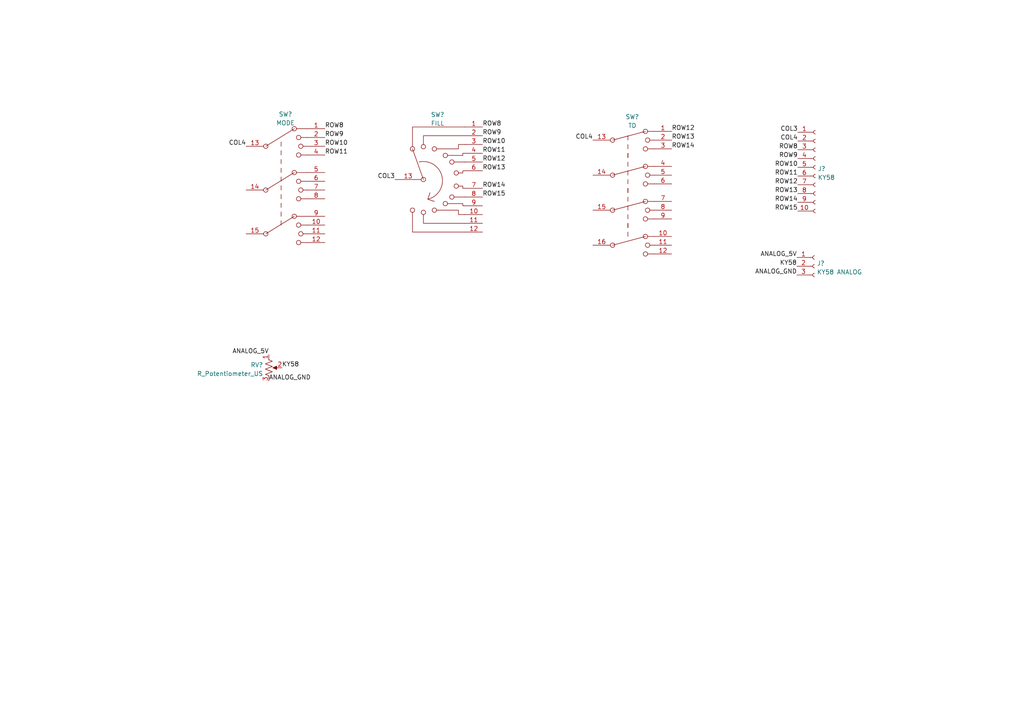
<source format=kicad_sch>
(kicad_sch (version 20211123) (generator eeschema)
  (paper "A4")
  (lib_symbols
    (symbol "Connector:Conn_01x03_Female" (pin_names (offset 1.016) hide)
      (property "Reference" "J" (at 0 5.08 0))
      (property "Value" "Conn_01x03_Female" (at 0 -5.08 0))
      (symbol "Conn_01x03_Female_1_1"
        (arc (start 0 -2.032) (mid -0.508 -2.54) (end 0 -3.048) (stroke (width 0.1524)))
        (polyline (pts (xy -1.27 -2.54) (xy -0.508 -2.54)) (stroke (width 0.1524)))
        (polyline (pts (xy -1.27 0) (xy -0.508 0)) (stroke (width 0.1524)))
        (polyline (pts (xy -1.27 2.54) (xy -0.508 2.54)) (stroke (width 0.1524)))
        (arc (start 0 0.508) (mid -0.508 0) (end 0 -0.508) (stroke (width 0.1524)))
        (arc (start 0 3.048) (mid -0.508 2.54) (end 0 2.032) (stroke (width 0.1524)))
        (pin passive line (at -5.08 2.54 0) (length 3.81) (name "Pin_1") (number "1"))
        (pin passive line (at -5.08 0 0) (length 3.81) (name "Pin_2") (number "2"))
        (pin passive line (at -5.08 -2.54 0) (length 3.81) (name "Pin_3") (number "3"))
      )
    )
    (symbol "Connector:Conn_01x10_Female" (pin_names (offset 1.016) hide)
      (property "Reference" "J" (at 0 12.7 0))
      (property "Value" "Conn_01x10_Female" (at 0 -15.24 0))
      (symbol "Conn_01x10_Female_1_1"
        (arc (start 0 -12.192) (mid -0.508 -12.7) (end 0 -13.208) (stroke (width 0.1524)))
        (arc (start 0 -9.652) (mid -0.508 -10.16) (end 0 -10.668) (stroke (width 0.1524)))
        (arc (start 0 -7.112) (mid -0.508 -7.62) (end 0 -8.128) (stroke (width 0.1524)))
        (arc (start 0 -4.572) (mid -0.508 -5.08) (end 0 -5.588) (stroke (width 0.1524)))
        (arc (start 0 -2.032) (mid -0.508 -2.54) (end 0 -3.048) (stroke (width 0.1524)))
        (polyline (pts (xy -1.27 -12.7) (xy -0.508 -12.7)) (stroke (width 0.1524)))
        (polyline (pts (xy -1.27 -10.16) (xy -0.508 -10.16)) (stroke (width 0.1524)))
        (polyline (pts (xy -1.27 -7.62) (xy -0.508 -7.62)) (stroke (width 0.1524)))
        (polyline (pts (xy -1.27 -5.08) (xy -0.508 -5.08)) (stroke (width 0.1524)))
        (polyline (pts (xy -1.27 -2.54) (xy -0.508 -2.54)) (stroke (width 0.1524)))
        (polyline (pts (xy -1.27 0) (xy -0.508 0)) (stroke (width 0.1524)))
        (polyline (pts (xy -1.27 2.54) (xy -0.508 2.54)) (stroke (width 0.1524)))
        (polyline (pts (xy -1.27 5.08) (xy -0.508 5.08)) (stroke (width 0.1524)))
        (polyline (pts (xy -1.27 7.62) (xy -0.508 7.62)) (stroke (width 0.1524)))
        (polyline (pts (xy -1.27 10.16) (xy -0.508 10.16)) (stroke (width 0.1524)))
        (arc (start 0 0.508) (mid -0.508 0) (end 0 -0.508) (stroke (width 0.1524)))
        (arc (start 0 3.048) (mid -0.508 2.54) (end 0 2.032) (stroke (width 0.1524)))
        (arc (start 0 5.588) (mid -0.508 5.08) (end 0 4.572) (stroke (width 0.1524)))
        (arc (start 0 8.128) (mid -0.508 7.62) (end 0 7.112) (stroke (width 0.1524)))
        (arc (start 0 10.668) (mid -0.508 10.16) (end 0 9.652) (stroke (width 0.1524)))
        (pin passive line (at -5.08 10.16 0) (length 3.81) (name "Pin_1") (number "1"))
        (pin passive line (at -5.08 -12.7 0) (length 3.81) (name "Pin_10") (number "10"))
        (pin passive line (at -5.08 7.62 0) (length 3.81) (name "Pin_2") (number "2"))
        (pin passive line (at -5.08 5.08 0) (length 3.81) (name "Pin_3") (number "3"))
        (pin passive line (at -5.08 2.54 0) (length 3.81) (name "Pin_4") (number "4"))
        (pin passive line (at -5.08 0 0) (length 3.81) (name "Pin_5") (number "5"))
        (pin passive line (at -5.08 -2.54 0) (length 3.81) (name "Pin_6") (number "6"))
        (pin passive line (at -5.08 -5.08 0) (length 3.81) (name "Pin_7") (number "7"))
        (pin passive line (at -5.08 -7.62 0) (length 3.81) (name "Pin_8") (number "8"))
        (pin passive line (at -5.08 -10.16 0) (length 3.81) (name "Pin_9") (number "9"))
      )
    )
    (symbol "Device:R_Potentiometer_US" (pin_names (offset 1.016) hide)
      (property "Reference" "RV" (at -4.445 0 90))
      (property "Value" "R_Potentiometer_US" (at -2.54 0 90))
      (symbol "R_Potentiometer_US_0_1"
        (polyline (pts (xy 0 -2.286) (xy 0 -2.54)))
        (polyline (pts (xy 0 2.54) (xy 0 2.286)))
        (polyline (pts (xy 2.54 0) (xy 1.524 0)))
        (polyline (pts (xy 1.143 0) (xy 2.286 0.508) (xy 2.286 -0.508) (xy 1.143 0)) (fill (type outline)))
        (polyline (pts (xy 0 -0.762) (xy 1.016 -1.143) (xy 0 -1.524) (xy -1.016 -1.905) (xy 0 -2.286)))
        (polyline (pts (xy 0 0.762) (xy 1.016 0.381) (xy 0 0) (xy -1.016 -0.381) (xy 0 -0.762)))
        (polyline (pts (xy 0 2.286) (xy 1.016 1.905) (xy 0 1.524) (xy -1.016 1.143) (xy 0 0.762)))
      )
      (symbol "R_Potentiometer_US_1_1"
        (pin passive line (at 0 3.81 270) (length 1.27) (name "1") (number "1"))
        (pin passive line (at 3.81 0 180) (length 1.27) (name "2") (number "2"))
        (pin passive line (at 0 -3.81 90) (length 1.27) (name "3") (number "3"))
      )
    )
    (symbol "Switch:SW_Rotary12" (pin_names (offset 1.016) hide)
      (property "Reference" "SW" (at 0 17.78 0))
      (property "Value" "SW_Rotary12" (at 0 -17.78 0))
      (symbol "SW_Rotary12_0_0"
        (circle (center -10.16 -8.89) (radius 0.635))
        (circle (center -10.16 8.89) (radius 0.635))
        (circle (center -6.985 -9.525) (radius 0.635))
        (circle (center -6.985 0) (radius 0.635))
        (circle (center -6.985 9.525) (radius 0.635))
        (arc (start -5.715 -5.715) (mid -1.5995 0.937) (end -8.255 5.08))
        (circle (center -3.81 -8.89) (radius 0.635))
        (circle (center -3.81 8.89) (radius 0.635))
        (circle (center -0.635 -6.985) (radius 0.635))
        (circle (center -0.635 6.985) (radius 0.635))
        (polyline (pts (xy -6.985 0) (xy -10.16 8.89)))
        (polyline (pts (xy -5.715 -5.715) (xy -5.08 -3.81)))
        (polyline (pts (xy -5.715 -5.715) (xy -3.81 -6.35)))
        (polyline (pts (xy 1.905 -5.08) (xy 5.08 -5.08)))
        (polyline (pts (xy 1.905 5.08) (xy 5.08 5.08)))
        (polyline (pts (xy -10.16 -9.525) (xy -10.16 -15.24) (xy 5.08 -15.24)))
        (polyline (pts (xy -10.16 9.525) (xy -10.16 15.24) (xy 5.08 15.24)))
        (polyline (pts (xy -6.985 -10.16) (xy -6.985 -12.7) (xy 5.08 -12.7)))
        (polyline (pts (xy -6.985 10.16) (xy -6.985 12.7) (xy 5.08 12.7)))
        (polyline (pts (xy -3.175 -8.89) (xy 3.175 -8.89) (xy 3.175 -10.16) (xy 5.08 -10.16)))
        (polyline (pts (xy -3.175 8.89) (xy 3.175 8.89) (xy 3.175 10.16) (xy 5.08 10.16)))
        (polyline (pts (xy 0 -6.985) (xy 4.445 -6.985) (xy 4.445 -7.62) (xy 5.08 -7.62)))
        (polyline (pts (xy 0 6.985) (xy 4.445 6.985) (xy 4.445 7.62) (xy 5.08 7.62)))
        (polyline (pts (xy 3.175 -1.905) (xy 4.445 -1.905) (xy 4.445 -2.54) (xy 5.08 -2.54)))
        (polyline (pts (xy 3.175 1.905) (xy 4.445 1.905) (xy 4.445 2.54) (xy 5.08 2.54)))
        (circle (center 1.27 -5.08) (radius 0.635))
        (circle (center 1.27 5.08) (radius 0.635))
        (circle (center 2.54 -1.905) (radius 0.635))
        (circle (center 2.54 1.905) (radius 0.635))
      )
      (symbol "SW_Rotary12_0_1"
        (pin passive line (at 10.16 15.24 180) (length 5.08) (name "1") (number "1"))
        (pin passive line (at 10.16 -10.16 180) (length 5.08) (name "10") (number "10"))
        (pin passive line (at 10.16 -12.7 180) (length 5.08) (name "11") (number "11"))
        (pin passive line (at 10.16 -15.24 180) (length 5.08) (name "12") (number "12"))
        (pin passive line (at -15.24 0 0) (length 7.62) (name "13") (number "13"))
        (pin passive line (at 10.16 12.7 180) (length 5.08) (name "2") (number "2"))
        (pin passive line (at 10.16 10.16 180) (length 5.08) (name "3") (number "3"))
        (pin passive line (at 10.16 7.62 180) (length 5.08) (name "4") (number "4"))
        (pin passive line (at 10.16 5.08 180) (length 5.08) (name "5") (number "5"))
        (pin passive line (at 10.16 2.54 180) (length 5.08) (name "6") (number "6"))
        (pin passive line (at 10.16 -2.54 180) (length 5.08) (name "7") (number "7"))
        (pin passive line (at 10.16 -5.08 180) (length 5.08) (name "8") (number "8"))
        (pin passive line (at 10.16 -7.62 180) (length 5.08) (name "9") (number "9"))
      )
    )
    (symbol "Switch:SW_Rotary3x4" (pin_names (offset 1.016) hide)
      (property "Reference" "SW" (at 0 20.32 0))
      (property "Value" "SW_Rotary3x4" (at 0 -17.78 0))
      (symbol "SW_Rotary3x4_0_0"
        (circle (center -4.445 -12.7) (radius 0.635))
        (circle (center -4.445 0) (radius 0.635))
        (circle (center -4.445 12.7) (radius 0.635))
        (polyline (pts (xy -4.445 -12.7) (xy 3.81 -7.62)))
        (polyline (pts (xy -4.445 0) (xy 3.81 5.08)))
        (polyline (pts (xy -4.445 12.7) (xy 3.81 17.78)))
        (polyline (pts (xy 0 -10.16) (xy 0 -8.89)))
        (polyline (pts (xy 0 -7.62) (xy 0 -6.35)))
        (polyline (pts (xy 0 -5.08) (xy 0 -3.81)))
        (polyline (pts (xy 0 -2.54) (xy 0 -1.27)))
        (polyline (pts (xy 0 0) (xy 0 1.27)))
        (polyline (pts (xy 0 2.54) (xy 0 3.81)))
        (polyline (pts (xy 0 5.08) (xy 0 6.35)))
        (polyline (pts (xy 0 7.62) (xy 0 8.89)))
        (polyline (pts (xy 0 10.16) (xy 0 11.43)))
        (polyline (pts (xy 0 12.7) (xy 0 13.97)))
        (polyline (pts (xy 4.445 -7.62) (xy 7.62 -7.62)))
        (polyline (pts (xy 4.445 5.08) (xy 7.62 5.08)))
        (polyline (pts (xy 4.445 17.78) (xy 7.62 17.78)))
        (polyline (pts (xy 5.715 -15.24) (xy 7.62 -15.24)))
        (polyline (pts (xy 5.715 -10.16) (xy 7.62 -10.16)))
        (polyline (pts (xy 5.715 -2.54) (xy 7.62 -2.54)))
        (polyline (pts (xy 5.715 2.54) (xy 7.62 2.54)))
        (polyline (pts (xy 5.715 10.16) (xy 7.62 10.16)))
        (polyline (pts (xy 5.715 15.24) (xy 7.62 15.24)))
        (polyline (pts (xy 6.35 -12.7) (xy 7.62 -12.7)))
        (polyline (pts (xy 6.35 0) (xy 7.62 0)))
        (polyline (pts (xy 6.35 12.7) (xy 7.62 12.7)))
        (circle (center 3.81 -7.62) (radius 0.635))
        (circle (center 3.81 5.08) (radius 0.635))
        (circle (center 3.81 17.78) (radius 0.635))
        (circle (center 5.08 -15.24) (radius 0.635))
        (circle (center 5.08 -10.16) (radius 0.635))
        (circle (center 5.08 -2.54) (radius 0.635))
        (circle (center 5.08 2.54) (radius 0.635))
        (circle (center 5.08 10.16) (radius 0.635))
        (circle (center 5.08 15.24) (radius 0.635))
        (circle (center 5.715 -12.7) (radius 0.635))
        (circle (center 5.715 0) (radius 0.635))
        (circle (center 5.715 12.7) (radius 0.635))
      )
      (symbol "SW_Rotary3x4_0_1"
        (pin passive line (at 12.7 17.78 180) (length 5.08) (name "1") (number "1"))
        (pin passive line (at 12.7 -10.16 180) (length 5.08) (name "10") (number "10"))
        (pin passive line (at 12.7 -12.7 180) (length 5.08) (name "11") (number "11"))
        (pin passive line (at 12.7 -15.24 180) (length 5.08) (name "12") (number "12"))
        (pin passive line (at -10.16 12.7 0) (length 5.08) (name "13") (number "13"))
        (pin passive line (at -10.16 0 0) (length 5.08) (name "14") (number "14"))
        (pin passive line (at -10.16 -12.7 0) (length 5.08) (name "15") (number "15"))
        (pin passive line (at 12.7 15.24 180) (length 5.08) (name "2") (number "2"))
        (pin passive line (at 12.7 12.7 180) (length 5.08) (name "3") (number "3"))
        (pin passive line (at 12.7 10.16 180) (length 5.08) (name "4") (number "4"))
        (pin passive line (at 12.7 5.08 180) (length 5.08) (name "5") (number "5"))
        (pin passive line (at 12.7 2.54 180) (length 5.08) (name "6") (number "6"))
        (pin passive line (at 12.7 0 180) (length 5.08) (name "7") (number "7"))
        (pin passive line (at 12.7 -2.54 180) (length 5.08) (name "8") (number "8"))
        (pin passive line (at 12.7 -7.62 180) (length 5.08) (name "9") (number "9"))
      )
    )
    (symbol "Switch:SW_Rotary4x3" (pin_names (offset 1.016) hide)
      (property "Reference" "SW" (at 0 20.32 0))
      (property "Value" "SW_Rotary4x3" (at 0 -20.32 0))
      (symbol "SW_Rotary4x3_0_0"
        (circle (center -4.445 -15.24) (radius 0.635))
        (circle (center -4.445 -5.08) (radius 0.635))
        (circle (center -4.445 5.08) (radius 0.635))
        (circle (center -4.445 15.24) (radius 0.635))
        (polyline (pts (xy -4.445 -15.24) (xy 5.08 -12.7)))
        (polyline (pts (xy -4.445 -5.08) (xy 5.08 -2.54)))
        (polyline (pts (xy -4.445 5.08) (xy 5.08 7.62)))
        (polyline (pts (xy -4.445 15.24) (xy 5.08 17.78)))
        (polyline (pts (xy 0 -12.7) (xy 0 -11.43)))
        (polyline (pts (xy 0 -10.16) (xy 0 -8.89)))
        (polyline (pts (xy 0 -10.16) (xy 0 -8.89)))
        (polyline (pts (xy 0 -7.62) (xy 0 -6.35)))
        (polyline (pts (xy 0 -5.08) (xy 0 -3.81)))
        (polyline (pts (xy 0 -2.54) (xy 0 -1.27)))
        (polyline (pts (xy 0 0) (xy 0 1.27)))
        (polyline (pts (xy 0 0) (xy 0 1.27)))
        (polyline (pts (xy 0 2.54) (xy 0 3.81)))
        (polyline (pts (xy 0 5.08) (xy 0 6.35)))
        (polyline (pts (xy 0 7.62) (xy 0 8.89)))
        (polyline (pts (xy 0 10.16) (xy 0 11.43)))
        (polyline (pts (xy 0 10.16) (xy 0 11.43)))
        (polyline (pts (xy 0 12.7) (xy 0 13.97)))
        (polyline (pts (xy 0 15.24) (xy 0 16.51)))
        (polyline (pts (xy 5.715 -17.78) (xy 7.62 -17.78)))
        (polyline (pts (xy 5.715 -12.7) (xy 7.62 -12.7)))
        (polyline (pts (xy 5.715 -7.62) (xy 7.62 -7.62)))
        (polyline (pts (xy 5.715 -2.54) (xy 7.62 -2.54)))
        (polyline (pts (xy 5.715 2.54) (xy 7.62 2.54)))
        (polyline (pts (xy 5.715 7.62) (xy 7.62 7.62)))
        (polyline (pts (xy 5.715 12.7) (xy 7.62 12.7)))
        (polyline (pts (xy 5.715 17.78) (xy 7.62 17.78)))
        (polyline (pts (xy 6.35 -15.24) (xy 7.62 -15.24)))
        (polyline (pts (xy 6.35 -5.08) (xy 7.62 -5.08)))
        (polyline (pts (xy 6.35 5.08) (xy 7.62 5.08)))
        (polyline (pts (xy 6.35 15.24) (xy 7.62 15.24)))
        (circle (center 5.08 -17.78) (radius 0.635))
        (circle (center 5.08 -12.7) (radius 0.635))
        (circle (center 5.08 -7.62) (radius 0.635))
        (circle (center 5.08 -2.54) (radius 0.635))
        (circle (center 5.08 2.54) (radius 0.635))
        (circle (center 5.08 7.62) (radius 0.635))
        (circle (center 5.08 12.7) (radius 0.635))
        (circle (center 5.08 17.78) (radius 0.635))
        (circle (center 5.715 -15.24) (radius 0.635))
        (circle (center 5.715 -5.08) (radius 0.635))
        (circle (center 5.715 5.08) (radius 0.635))
        (circle (center 5.715 15.24) (radius 0.635))
      )
      (symbol "SW_Rotary4x3_0_1"
        (pin passive line (at 12.7 17.78 180) (length 5.08) (name "1") (number "1"))
        (pin passive line (at 12.7 -12.7 180) (length 5.08) (name "10") (number "10"))
        (pin passive line (at 12.7 -15.24 180) (length 5.08) (name "11") (number "11"))
        (pin passive line (at 12.7 -17.78 180) (length 5.08) (name "12") (number "12"))
        (pin passive line (at -10.16 15.24 0) (length 5.08) (name "13") (number "13"))
        (pin passive line (at -10.16 5.08 0) (length 5.08) (name "14") (number "14"))
        (pin passive line (at -10.16 -5.08 0) (length 5.08) (name "15") (number "15"))
        (pin passive line (at -10.16 -15.24 0) (length 5.08) (name "16") (number "16"))
        (pin passive line (at 12.7 15.24 180) (length 5.08) (name "2") (number "2"))
        (pin passive line (at 12.7 12.7 180) (length 5.08) (name "3") (number "3"))
        (pin passive line (at 12.7 7.62 180) (length 5.08) (name "4") (number "4"))
        (pin passive line (at 12.7 5.08 180) (length 5.08) (name "5") (number "5"))
        (pin passive line (at 12.7 2.54 180) (length 5.08) (name "6") (number "6"))
        (pin passive line (at 12.7 -2.54 180) (length 5.08) (name "7") (number "7"))
        (pin passive line (at 12.7 -5.08 180) (length 5.08) (name "8") (number "8"))
        (pin passive line (at 12.7 -7.62 180) (length 5.08) (name "9") (number "9"))
      )
    )
  )
  (label "COL3" (at 231.394 38.354 180))
  (label "ROW14" (at 231.394 58.674 180))
  (label "ROW8" (at 139.954 36.83 0))
  (label "COL4" (at 171.958 40.64 180))
  (label "ANALOG_5V" (at 231.14 74.676 180))
  (label "ROW8" (at 94.234 37.338 0))
  (label "ANALOG_GND" (at 77.978 110.49 0))
  (label "ROW13" (at 194.818 40.64 0))
  (label "ROW9" (at 231.394 45.974 180))
  (label "COL4" (at 231.394 40.894 180))
  (label "ROW11" (at 139.954 44.45 0))
  (label "ROW9" (at 139.954 39.37 0))
  (label "COL3" (at 114.554 52.07 180))
  (label "ROW15" (at 139.954 57.15 0))
  (label "ROW10" (at 139.954 41.91 0))
  (label "KY58" (at 81.788 106.68 0))
  (label "ROW10" (at 94.234 42.418 0))
  (label "ROW12" (at 231.394 53.594 180))
  (label "ROW10" (at 231.394 48.514 180))
  (label "ROW14" (at 194.818 43.18 0))
  (label "ANALOG_GND" (at 231.14 79.756 180))
  (label "KY58" (at 231.14 77.216 180))
  (label "ROW8" (at 231.394 43.434 180))
  (label "ROW13" (at 139.954 49.53 0))
  (label "COL4" (at 71.374 42.418 180))
  (label "ROW11" (at 231.394 51.054 180))
  (label "ROW12" (at 139.954 46.99 0))
  (label "ROW11" (at 94.234 44.958 0))
  (label "ROW14" (at 139.954 54.61 0))
  (label "ROW12" (at 194.818 38.1 0))
  (label "ROW13" (at 231.394 56.134 180))
  (label "ANALOG_5V" (at 77.978 102.87 180))
  (label "ROW9" (at 94.234 39.878 0))
  (label "ROW15" (at 231.394 61.214 180))
  (symbol (lib_id "Device:R_Potentiometer_US") (at 77.978 106.68 0) (unit 1)
    (property "Reference" "RV?" (at 76.3271 105.8453 0) (effects (justify right)))
    (property "Value" "R_Potentiometer_US" (at 76.3271 108.3822 0) (effects (justify right)))
  )
  (symbol (lib_id "Connector:Conn_01x03_Female") (at 236.22 77.216 0) (unit 1)
    (property "Reference" "J?" (at 236.9312 76.3813 0) (effects (justify left)))
    (property "Value" "KY58 ANALOG" (at 236.9312 78.9182 0) (effects (justify left)))
  )
  (symbol (lib_id "Switch:SW_Rotary3x4") (at 81.534 55.118 0) (unit 1)
    (property "Reference" "SW?" (at 82.804 33.1302 0))
    (property "Value" "MODE" (at 82.804 35.6671 0))
    (property "Datasheet" "http://cdn-reichelt.de/documents/datenblatt/C200/DS-Serie%23LOR.pdf" (effects hide))
  )
  (symbol (lib_id "Connector:Conn_01x10_Female") (at 236.474 48.514 0) (unit 1)
    (property "Reference" "J?" (at 237.1852 48.9493 0) (effects (justify left)))
    (property "Value" "KY58" (at 237.1852 51.4862 0) (effects (justify left)))
  )
  (symbol (lib_id "Switch:SW_Rotary4x3") (at 182.118 55.88 0) (unit 1)
    (property "Reference" "SW?" (at 183.388 33.8922 0))
    (property "Value" "TD" (at 183.388 36.4291 0))
    (property "Datasheet" "http://cdn-reichelt.de/documents/datenblatt/C200/DS-Serie%23LOR.pdf" (effects hide))
  )
  (symbol (lib_id "Switch:SW_Rotary12") (at 129.794 52.07 0) (unit 1)
    (property "Reference" "SW?" (at 126.9365 33.2572 0))
    (property "Value" "FILL" (at 126.9365 35.7941 0))
    (property "Datasheet" "http://cdn-reichelt.de/documents/datenblatt/C200/DS-Serie%23LOR.pdf" (effects hide))
  )
)
</source>
